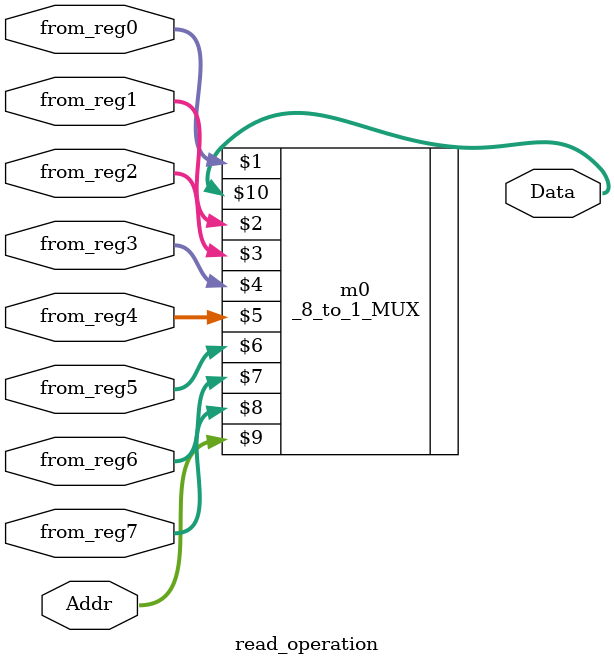
<source format=v>
module read_operation (Addr, Data, from_reg0, from_reg1, from_reg2, from_reg3, from_reg4, from_reg5, from_reg6, from_reg7);

	//input, output
	input [63:0] from_reg0, from_reg1, from_reg2, from_reg3, from_reg4, from_reg5, from_reg6, from_reg7;
	input [2:0] Addr;
	output [63:0] Data;

	//instance(using MUX)
	_8_to_1_MUX m0(from_reg0, from_reg1, from_reg2, from_reg3, from_reg4, from_reg5, from_reg6, from_reg7, Addr, Data);
	
endmodule

</source>
